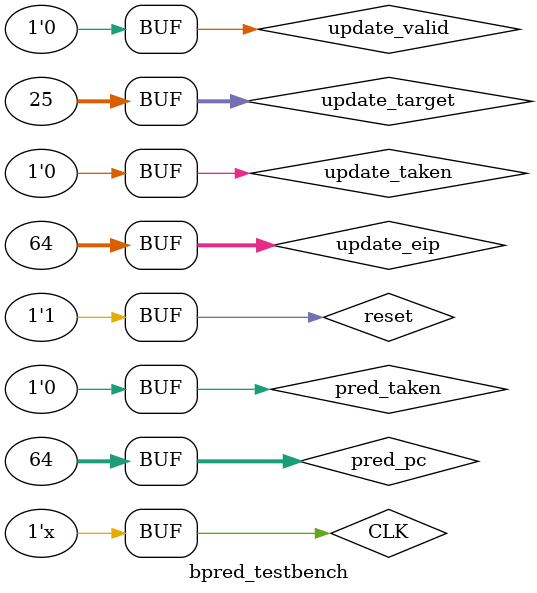
<source format=v>
module bpred_testbench;

	reg	[0:0]	CLK;
	reg	[0:0]	reset;
	reg	[31:0]	pred_pc;
	
	reg	[0:0] 	pred_taken;
	reg	[31:0] 	update_eip;
	reg	[31:0] 	update_target;
	reg 	[0:0]	update_taken;
	reg	[0:0]	update_valid;
	
	wire	[31:0]	pred_target_curr;
	wire	[0:0]	pred_taken_curr;
	wire	[0:0]	pred_hit_curr;
	
	always
	begin
		#10 CLK = !CLK;
	end
	
	initial 
	begin
	
		CLK = 0;
		reset = 0;
		
		pred_pc		= 0;	
		pred_taken	= 0;		
		update_eip	= 0;	
		update_target	= 0;	
		update_taken	= 0;	
		update_valid	= 0;	
	
		//Init bp
		#20
		reset 		= 1;
	
		pred_taken	= 0;		
		update_eip	= 16;
		update_target 	= 45;
		update_taken	= 1;
		update_valid 	= 1;		
		
		#20
		pred_taken	= 0;		
		update_eip	= 64;
		update_target 	= 25;
		update_taken	= 0;
		update_valid 	= 1;		
	
		#20
		update_valid	= 0;
		pred_pc 	= 16;

		#20
		pred_pc 	= 64;
		
		//$finish;
	end
	
endmodule

</source>
